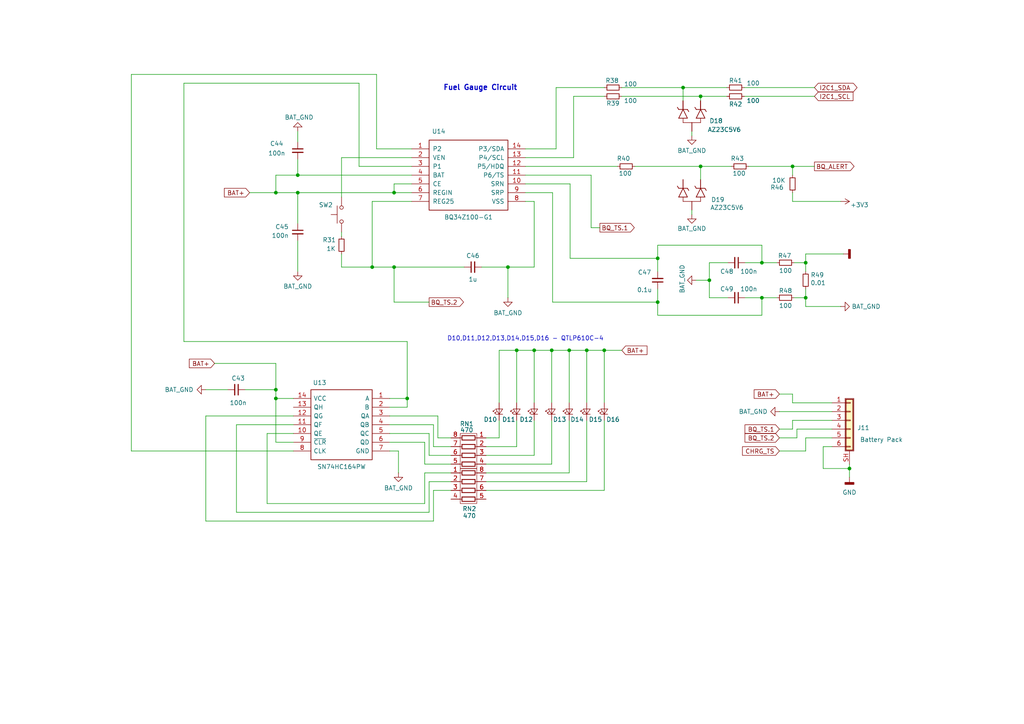
<source format=kicad_sch>
(kicad_sch (version 20250114) (generator "eeschema") (generator_version "9.0")
  (paper "A4")
  (title_block (title "AA-PI Display Board for BananaPi M2-Magic - Battery Pack") (date "2025-05-20") (rev "4.2") (company "ORPALTECH") (comment 4 "Author: Sergey Suloev"))
  (lib_symbols
    (symbol "AA-PI-Components:+3V3" (power) (pin_names (offset 0))
      (property "Value" "+3V3" (at 0 3.556 0))
      (symbol "+3V3_0_1"
        (polyline (pts (xy -0.762 1.27) (xy 0 2.54)))
        (polyline (pts (xy 0 2.54) (xy 0.762 1.27)))
        (polyline (pts (xy 0 0) (xy 0 2.54)))
      )
      (symbol "+3V3_1_1"
        (pin power_in line (at 0 0 90) (length 0) (hide yes) (name "+3V3") (number "1"))
      )
    )
    (symbol "AA-PI-Components:AZ23C5V6" (pin_numbers (hide yes)) (pin_names (offset 0.762))
      (property "Reference" "D" (at 6.35 5.08 0))
      (property "Value" "AZ23C5V6" (at 2.54 -2.54 0))
      (symbol "AZ23C5V6_0_0"
        (pin bidirectional line (at -2.54 6.35 270) (length 2.54) (name "~") (number "2"))
        (pin bidirectional line (at 0 -2.54 90) (length 2.54) (name "~") (number "3"))
        (pin bidirectional line (at 2.54 6.35 270) (length 2.54) (name "~") (number "1"))
      )
      (symbol "AZ23C5V6_0_1"
        (polyline (pts (xy -4.191 4.445) (xy -3.81 3.81)) (stroke (width 0.2032)))
        (polyline (pts (xy -2.54 6.35) (xy -2.54 3.81)) (stroke (width 0.1524)))
        (polyline (pts (xy -2.54 0) (xy -2.54 1.27)) (stroke (width 0.1524)))
        (polyline (pts (xy -1.27 3.81) (xy -3.81 3.81)) (stroke (width 0.2032)))
        (polyline (pts (xy -1.27 3.81) (xy -0.889 3.175)) (stroke (width 0.2032)))
        (polyline (pts (xy 0 -2.54) (xy 0 0)) (stroke (width 0.1524)))
        (polyline (pts (xy 0.889 4.445) (xy 1.27 3.81)) (stroke (width 0.2032)))
        (polyline (pts (xy 2.54 6.35) (xy 2.54 3.81)) (stroke (width 0.1524)))
        (polyline (pts (xy 2.54 1.27) (xy 2.54 0)) (stroke (width 0.1524)))
        (polyline (pts (xy 2.54 0) (xy -2.54 0)) (stroke (width 0.1524)))
        (polyline (pts (xy 3.81 3.81) (xy 1.27 3.81)) (stroke (width 0.2032)))
        (polyline (pts (xy 3.81 3.81) (xy 4.191 3.175)) (stroke (width 0.2032)))
      )
      (symbol "AZ23C5V6_1_1"
        (polyline (pts (xy -3.81 1.27) (xy -2.54 3.81) (xy -1.27 1.27) (xy -3.81 1.27) (xy -3.81 1.27) (xy -3.81 1.27)) (stroke (width 0.2032)))
        (polyline (pts (xy 1.27 1.27) (xy 2.54 3.81) (xy 3.81 1.27) (xy 1.27 1.27) (xy 1.27 1.27) (xy 1.27 1.27)) (stroke (width 0.2032)))
      )
    )
    (symbol "AA-PI-Components:BAT_GND" (power) (pin_names (offset 0))
      (property "Value" "BAT_GND" (at 0 -3.81 0))
      (symbol "BAT_GND_0_1"
        (polyline (pts (xy 0 0) (xy 0 -1.27) (xy 1.27 -1.27) (xy 0 -2.54) (xy -1.27 -1.27) (xy 0 -1.27)))
      )
      (symbol "BAT_GND_1_1"
        (pin power_in line (at 0 0 270) (length 0) (name "BAT_GND") (number "1"))
      )
    )
    (symbol "AA-PI-Components:BQ34Z100PWR-G1" (pin_names (offset 1.016))
      (property "Reference" "U" (at -10.16 12.7 0))
      (property "Value" "BQ34Z100PWR-G1" (at -7.62 -12.7 0))
      (symbol "BQ34Z100PWR-G1_0_0"
        (pin bidirectional line (at -16.51 7.62 0) (length 5.08) (name "P2") (number "1"))
        (pin bidirectional line (at -16.51 5.08 0) (length 5.08) (name "VEN") (number "2"))
        (pin bidirectional line (at -16.51 2.54 0) (length 5.08) (name "P1") (number "3"))
        (pin bidirectional line (at -16.51 0 0) (length 5.08) (name "BAT") (number "4"))
        (pin bidirectional line (at -16.51 -2.54 0) (length 5.08) (name "CE") (number "5"))
        (pin bidirectional line (at -16.51 -5.08 0) (length 5.08) (name "REGIN") (number "6"))
        (pin bidirectional line (at -16.51 -7.62 0) (length 5.08) (name "REG25") (number "7"))
        (pin bidirectional line (at 16.51 7.62 180) (length 5.08) (name "P3/SDA") (number "14"))
        (pin bidirectional line (at 16.51 5.08 180) (length 5.08) (name "P4/SCL") (number "13"))
        (pin bidirectional line (at 16.51 2.54 180) (length 5.08) (name "P5/HDQ") (number "12"))
        (pin bidirectional line (at 16.51 0 180) (length 5.08) (name "P6/TS") (number "11"))
        (pin bidirectional line (at 16.51 -2.54 180) (length 5.08) (name "SRN") (number "10"))
        (pin bidirectional line (at 16.51 -5.08 180) (length 5.08) (name "SRP") (number "9"))
        (pin bidirectional line (at 16.51 -7.62 180) (length 5.08) (name "VSS") (number "8"))
      )
      (symbol "BQ34Z100PWR-G1_0_1"
        (polyline (pts (xy -11.43 10.16) (xy 11.43 10.16) (xy 11.43 -10.16) (xy -11.43 -10.16) (xy -11.43 10.16)) (stroke (width 0.2032)))
      )
    )
    (symbol "AA-PI-Components:C_Small" (pin_numbers (hide yes)) (pin_names (offset 0.254) (hide yes))
      (property "Reference" "C" (at 0.254 1.778 0))
      (property "Value" "C_Small" (at 0.254 -2.032 0))
      (symbol "C_Small_0_1"
        (polyline (pts (xy -1.524 0.508) (xy 1.524 0.508)) (stroke (width 0.3048)))
        (polyline (pts (xy -1.524 -0.508) (xy 1.524 -0.508)) (stroke (width 0.3302)))
      )
      (symbol "C_Small_1_1"
        (pin passive line (at 0 2.54 270) (length 2.032) (name "~") (number "1"))
        (pin passive line (at 0 -2.54 90) (length 2.032) (name "~") (number "2"))
      )
    )
    (symbol "AA-PI-Components:Conn_01x06_Shielded" (pin_names (offset 1.016) (hide yes))
      (property "Reference" "J" (at 0.254 7.366 0))
      (property "Value" "Conn_01x06_Shielded" (at 1.016 -9.906 0))
      (symbol "Conn_01x06_Shielded_1_1"
        (rectangle (start -1.27 6.35) (end 1.27 -8.89) (stroke (width 0.1524)))
        (rectangle (start -1.016 6.096) (end 1.016 -8.636) (stroke (width 0.254)) (fill (type background)))
        (rectangle (start -1.016 5.207) (end 0.254 4.953) (stroke (width 0.1524)))
        (rectangle (start -1.016 2.667) (end 0.254 2.413) (stroke (width 0.1524)))
        (rectangle (start -1.016 0.127) (end 0.254 -0.127) (stroke (width 0.1524)))
        (rectangle (start -1.016 -2.413) (end 0.254 -2.667) (stroke (width 0.1524)))
        (rectangle (start -1.016 -4.953) (end 0.254 -5.207) (stroke (width 0.1524)))
        (rectangle (start -1.016 -7.493) (end 0.254 -7.747) (stroke (width 0.1524)))
        (pin passive line (at -5.08 5.08 0) (length 4.064) (name "Pin_1") (number "1"))
        (pin passive line (at -5.08 2.54 0) (length 4.064) (name "Pin_2") (number "2"))
        (pin passive line (at -5.08 0 0) (length 4.064) (name "Pin_3") (number "3"))
        (pin passive line (at -5.08 -2.54 0) (length 4.064) (name "Pin_4") (number "4"))
        (pin passive line (at -5.08 -5.08 0) (length 4.064) (name "Pin_5") (number "5"))
        (pin passive line (at -5.08 -7.62 0) (length 4.064) (name "Pin_6") (number "6"))
        (pin passive line (at 0 -12.7 90) (length 3.81) (name "Shield") (number "SH"))
      )
    )
    (symbol "AA-PI-Components:GND" (power) (pin_names (offset 0))
      (symbol "GND_0_1"
        (rectangle (start -1.27 -1.524) (end 1.27 -2.032) (stroke (width 0.254)) (fill (type outline)))
        (polyline (pts (xy 0 0) (xy 0 -1.524)))
      )
      (symbol "GND_1_1"
        (pin power_in line (at 0 0 270) (length 0) (hide yes) (name "GND") (number "1"))
      )
    )
    (symbol "AA-PI-Components:QTLP610C-4TR" (pin_numbers (hide yes)) (pin_names (offset 0.762) (hide yes))
      (property "Reference" "D" (at -3.81 2.54 0))
      (property "Value" "QTLP610C-4TR" (at -6.35 -2.54 0))
      (symbol "QTLP610C-4TR_1_1"
        (polyline (pts (xy -0.762 -1.016) (xy -0.762 1.016)))
        (polyline (pts (xy 0 0.762) (xy -0.508 1.27) (xy -0.254 1.27) (xy -0.508 1.27) (xy -0.508 1.016)))
        (polyline (pts (xy 0.508 1.27) (xy 0 1.778) (xy 0.254 1.778) (xy 0 1.778) (xy 0 1.524)))
        (polyline (pts (xy 0.762 -1.016) (xy -0.762 0) (xy 0.762 1.016) (xy 0.762 -1.016)))
        (polyline (pts (xy 1.016 0) (xy -0.762 0)))
        (pin passive line (at -2.54 0 0) (length 1.778) (name "K") (number "1"))
        (pin passive line (at 2.54 0 180) (length 1.778) (name "A") (number "2"))
      )
    )
    (symbol "AA-PI-Components:R_Pack04" (pin_names (offset 0) (hide yes))
      (property "Reference" "RN" (at -7.62 0 90))
      (property "Value" "R_Pack04" (at 5.08 0 90))
      (symbol "R_Pack04_0_1"
        (rectangle (start -6.35 -2.413) (end 3.81 2.413) (stroke (width 0.127)))
        (rectangle (start -5.715 1.905) (end -4.445 -1.905) (stroke (width 0.254)))
        (polyline (pts (xy -5.08 1.905) (xy -5.08 2.54)))
        (polyline (pts (xy -5.08 -2.54) (xy -5.08 -1.905)))
        (rectangle (start -3.175 1.905) (end -1.905 -1.905) (stroke (width 0.254)))
        (polyline (pts (xy -2.54 1.905) (xy -2.54 2.54)))
        (polyline (pts (xy -2.54 -2.54) (xy -2.54 -1.905)))
        (rectangle (start -0.635 1.905) (end 0.635 -1.905) (stroke (width 0.254)))
        (polyline (pts (xy 0 1.905) (xy 0 2.54)))
        (polyline (pts (xy 0 -2.54) (xy 0 -1.905)))
        (rectangle (start 1.905 1.905) (end 3.175 -1.905) (stroke (width 0.254)))
        (polyline (pts (xy 2.54 1.905) (xy 2.54 2.54)))
        (polyline (pts (xy 2.54 -2.54) (xy 2.54 -1.905)))
      )
      (symbol "R_Pack04_1_1"
        (pin passive line (at -5.08 5.08 270) (length 2.54) (name "R1.2") (number "8"))
        (pin passive line (at -5.08 -5.08 90) (length 2.54) (name "R1.1") (number "1"))
        (pin passive line (at -2.54 5.08 270) (length 2.54) (name "R2.2") (number "7"))
        (pin passive line (at -2.54 -5.08 90) (length 2.54) (name "R2.1") (number "2"))
        (pin passive line (at 0 5.08 270) (length 2.54) (name "R3.2") (number "6"))
        (pin passive line (at 0 -5.08 90) (length 2.54) (name "R3.1") (number "3"))
        (pin passive line (at 2.54 5.08 270) (length 2.54) (name "R4.2") (number "5"))
        (pin passive line (at 2.54 -5.08 90) (length 2.54) (name "R4.1") (number "4"))
      )
    )
    (symbol "AA-PI-Components:R_Small" (pin_numbers (hide yes)) (pin_names (offset 0.254) (hide yes))
      (property "Reference" "R" (at 0.762 0.508 0))
      (property "Value" "R_Small" (at 0.762 -1.016 0))
      (symbol "R_Small_0_1"
        (rectangle (start -0.762 1.778) (end 0.762 -1.778) (stroke (width 0.2032)))
      )
      (symbol "R_Small_1_1"
        (pin passive line (at 0 2.54 270) (length 0.762) (name "~") (number "1"))
        (pin passive line (at 0 -2.54 90) (length 0.762) (name "~") (number "2"))
      )
    )
    (symbol "AA-PI-Components:SN74HC164PW" (pin_names (offset 0.762))
      (property "Reference" "U" (at -6.35 12.7 0))
      (property "Value" "SN74HC164PW" (at -7.62 -12.7 0))
      (symbol "SN74HC164PW_0_0"
        (pin bidirectional line (at -13.97 7.62 0) (length 5.08) (name "A") (number "1"))
        (pin bidirectional line (at -13.97 5.08 0) (length 5.08) (name "B") (number "2"))
        (pin bidirectional line (at -13.97 2.54 0) (length 5.08) (name "QA") (number "3"))
        (pin bidirectional line (at -13.97 0 0) (length 5.08) (name "QB") (number "4"))
        (pin bidirectional line (at -13.97 -2.54 0) (length 5.08) (name "QC") (number "5"))
        (pin bidirectional line (at -13.97 -5.08 0) (length 5.08) (name "QD") (number "6"))
        (pin bidirectional line (at -13.97 -7.62 0) (length 5.08) (name "GND") (number "7"))
        (pin bidirectional line (at 13.97 7.62 180) (length 5.08) (name "VCC") (number "14"))
        (pin bidirectional line (at 13.97 5.08 180) (length 5.08) (name "QH") (number "13"))
        (pin bidirectional line (at 13.97 2.54 180) (length 5.08) (name "QG") (number "12"))
        (pin bidirectional line (at 13.97 0 180) (length 5.08) (name "QF") (number "11"))
        (pin bidirectional line (at 13.97 -2.54 180) (length 5.08) (name "QE") (number "10"))
        (pin bidirectional line (at 13.97 -5.08 180) (length 5.08) (name "~{CLR}") (number "9"))
        (pin bidirectional line (at 13.97 -7.62 180) (length 5.08) (name "CLK") (number "8"))
      )
      (symbol "SN74HC164PW_0_1"
        (polyline (pts (xy -8.89 10.16) (xy 8.89 10.16) (xy 8.89 -10.16) (xy -8.89 -10.16) (xy -8.89 10.16)) (stroke (width 0.2032)))
      )
    )
    (symbol "AA-PI-Components:SW_Push" (pin_numbers (hide yes)) (pin_names (offset 1.016) (hide yes))
      (property "Reference" "SW" (at 1.27 2.54 0))
      (property "Value" "SW_Push" (at 0 -1.524 0))
      (symbol "SW_Push_0_1"
        (circle (center -2.032 0) (radius 0.508))
        (polyline (pts (xy 0 1.27) (xy 0 3.048)))
        (circle (center 2.032 0) (radius 0.508))
        (polyline (pts (xy 2.54 1.27) (xy -2.54 1.27)))
        (pin passive line (at -5.08 0 0) (length 2.54) (name "1") (number "1"))
        (pin passive line (at 5.08 0 180) (length 2.54) (name "2") (number "2"))
      )
    )
  )
  (text "D10,D11,D12,D13,D14,D15,D16 - QTLP610C-4" (at 152.4 98.298 0) (effects (font (size 1.27 1.27))))
  (text "Fuel Gauge Circuit" (at 128.524 26.416 0) (effects (font (size 1.4986 1.4986) (thickness 0.2997) (bold yes)) (justify left bottom)))
  (junction (at 165.1 101.6))
  (junction (at 246.38 135.89))
  (junction (at 86.36 55.88))
  (junction (at 175.26 101.6))
  (junction (at 86.36 50.8))
  (junction (at 80.01 113.03))
  (junction (at 220.98 86.36))
  (junction (at 233.68 76.2))
  (junction (at 220.98 76.2))
  (junction (at 147.32 77.47))
  (junction (at 80.01 55.88))
  (junction (at 198.12 25.4))
  (junction (at 118.11 115.57))
  (junction (at 114.3 77.47))
  (junction (at 203.2 48.26))
  (junction (at 190.754 74.93))
  (junction (at 80.01 115.57))
  (junction (at 203.2 27.94))
  (junction (at 154.94 101.6))
  (junction (at 229.87 48.26))
  (junction (at 114.3 55.88))
  (junction (at 190.754 87.63))
  (junction (at 160.02 101.6))
  (junction (at 107.95 77.47))
  (junction (at 205.74 81.28))
  (junction (at 170.18 101.6))
  (junction (at 149.86 101.6))
  (junction (at 233.68 86.36))
  (wire (pts (xy 210.82 25.4) (xy 198.12 25.4)))
  (wire (pts (xy 125.73 129.54) (xy 125.73 123.19)))
  (wire (pts (xy 125.73 129.54) (xy 130.81 129.54)))
  (wire (pts (xy 165.1 101.6) (xy 165.1 116.84)))
  (wire (pts (xy 119.38 48.26) (xy 104.14 48.26)))
  (wire (pts (xy 233.68 127) (xy 241.3 127)))
  (wire (pts (xy 238.76 129.54) (xy 238.76 135.89)))
  (wire (pts (xy 246.38 135.89) (xy 238.76 135.89)))
  (wire (pts (xy 229.87 124.46) (xy 229.87 121.92)))
  (wire (pts (xy 130.81 134.62) (xy 123.19 134.62)))
  (wire (pts (xy 68.58 123.19) (xy 68.58 148.59)))
  (wire (pts (xy 160.02 101.6) (xy 160.02 116.84)))
  (wire (pts (xy 149.86 129.54) (xy 149.86 121.92)))
  (wire (pts (xy 190.754 91.44) (xy 220.98 91.44)))
  (wire (pts (xy 165.354 53.34) (xy 165.354 74.93)))
  (wire (pts (xy 233.68 76.2) (xy 233.68 73.66)))
  (wire (pts (xy 171.45 50.8) (xy 171.45 66.04)))
  (wire (pts (xy 200.66 60.96) (xy 200.66 62.23)))
  (wire (pts (xy 160.02 101.6) (xy 165.1 101.6)))
  (wire (pts (xy 125.73 142.24) (xy 125.73 151.13)))
  (wire (pts (xy 160.02 134.62) (xy 140.97 134.62)))
  (wire (pts (xy 175.26 101.6) (xy 175.26 116.84)))
  (wire (pts (xy 166.37 45.72) (xy 166.37 27.94)))
  (wire (pts (xy 171.45 66.04) (xy 173.99 66.04)))
  (wire (pts (xy 160.274 55.88) (xy 160.274 87.63)))
  (wire (pts (xy 170.18 101.6) (xy 165.1 101.6)))
  (wire (pts (xy 114.3 53.34) (xy 114.3 55.88)))
  (wire (pts (xy 229.87 50.8) (xy 229.87 48.26)))
  (wire (pts (xy 170.18 101.6) (xy 175.26 101.6)))
  (wire (pts (xy 154.94 101.6) (xy 154.94 116.84)))
  (wire (pts (xy 53.34 24.13) (xy 53.34 99.06)))
  (wire (pts (xy 99.06 73.66) (xy 99.06 77.47)))
  (wire (pts (xy 80.01 113.03) (xy 80.01 105.41)))
  (wire (pts (xy 175.26 101.6) (xy 180.34 101.6)))
  (wire (pts (xy 86.36 50.8) (xy 80.01 50.8)))
  (wire (pts (xy 130.81 142.24) (xy 125.73 142.24)))
  (wire (pts (xy 147.32 77.47) (xy 154.94 77.47)))
  (wire (pts (xy 152.4 55.88) (xy 160.274 55.88)))
  (wire (pts (xy 215.9 25.4) (xy 236.22 25.4)))
  (wire (pts (xy 165.1 137.16) (xy 140.97 137.16)))
  (wire (pts (xy 99.06 57.15) (xy 99.06 45.72)))
  (wire (pts (xy 123.19 128.27) (xy 113.03 128.27)))
  (wire (pts (xy 225.298 76.2) (xy 220.98 76.2)))
  (wire (pts (xy 205.74 86.36) (xy 205.74 81.28)))
  (wire (pts (xy 238.76 129.54) (xy 241.3 129.54)))
  (wire (pts (xy 243.84 58.42) (xy 229.87 58.42)))
  (wire (pts (xy 175.26 142.24) (xy 140.97 142.24)))
  (wire (pts (xy 220.98 86.36) (xy 216.154 86.36)))
  (wire (pts (xy 226.06 130.81) (xy 233.68 130.81)))
  (wire (pts (xy 118.11 118.11) (xy 118.11 115.57)))
  (wire (pts (xy 149.86 101.6) (xy 154.94 101.6)))
  (wire (pts (xy 152.4 50.8) (xy 171.45 50.8)))
  (wire (pts (xy 229.87 114.3) (xy 226.06 114.3)))
  (wire (pts (xy 114.3 77.47) (xy 114.3 87.63)))
  (wire (pts (xy 72.39 55.88) (xy 80.01 55.88)))
  (wire (pts (xy 144.78 127) (xy 144.78 121.92)))
  (wire (pts (xy 229.87 114.3) (xy 229.87 116.84)))
  (wire (pts (xy 59.69 151.13) (xy 59.69 120.65)))
  (wire (pts (xy 211.074 86.36) (xy 205.74 86.36)))
  (wire (pts (xy 180.34 27.94) (xy 203.2 27.94)))
  (wire (pts (xy 154.94 132.08) (xy 154.94 121.92)))
  (wire (pts (xy 86.36 50.8) (xy 86.36 46.228)))
  (wire (pts (xy 107.95 58.42) (xy 107.95 77.47)))
  (wire (pts (xy 200.66 39.37) (xy 200.66 38.1)))
  (wire (pts (xy 123.19 134.62) (xy 123.19 128.27)))
  (wire (pts (xy 59.69 113.03) (xy 66.04 113.03)))
  (wire (pts (xy 154.94 58.42) (xy 154.94 77.47)))
  (wire (pts (xy 203.2 48.26) (xy 212.09 48.26)))
  (wire (pts (xy 149.86 101.6) (xy 144.78 101.6)))
  (wire (pts (xy 154.94 132.08) (xy 140.97 132.08)))
  (wire (pts (xy 190.754 71.12) (xy 190.754 74.93)))
  (wire (pts (xy 205.74 76.2) (xy 211.074 76.2)))
  (wire (pts (xy 147.32 77.47) (xy 147.32 86.36)))
  (wire (pts (xy 230.378 86.36) (xy 233.68 86.36)))
  (wire (pts (xy 149.86 129.54) (xy 140.97 129.54)))
  (wire (pts (xy 124.46 139.7) (xy 130.81 139.7)))
  (wire (pts (xy 80.01 113.03) (xy 71.12 113.03)))
  (wire (pts (xy 114.3 77.47) (xy 134.62 77.47)))
  (wire (pts (xy 229.87 48.26) (xy 236.22 48.26)))
  (wire (pts (xy 161.29 43.18) (xy 161.29 25.4)))
  (wire (pts (xy 139.7 77.47) (xy 147.32 77.47)))
  (wire (pts (xy 86.36 64.77) (xy 86.36 55.88)))
  (wire (pts (xy 225.298 86.36) (xy 220.98 86.36)))
  (wire (pts (xy 119.38 53.34) (xy 114.3 53.34)))
  (wire (pts (xy 124.46 125.73) (xy 113.03 125.73)))
  (wire (pts (xy 230.378 76.2) (xy 233.68 76.2)))
  (wire (pts (xy 215.9 27.94) (xy 236.22 27.94)))
  (wire (pts (xy 86.36 50.8) (xy 119.38 50.8)))
  (wire (pts (xy 99.06 77.47) (xy 107.95 77.47)))
  (wire (pts (xy 119.38 43.18) (xy 109.22 43.18)))
  (wire (pts (xy 233.68 86.36) (xy 233.68 88.9)))
  (wire (pts (xy 217.17 48.26) (xy 229.87 48.26)))
  (wire (pts (xy 243.84 88.9) (xy 233.68 88.9)))
  (wire (pts (xy 170.18 101.6) (xy 170.18 116.84)))
  (wire (pts (xy 190.754 71.12) (xy 220.98 71.12)))
  (wire (pts (xy 203.2 29.21) (xy 203.2 27.94)))
  (wire (pts (xy 80.01 55.88) (xy 80.01 50.8)))
  (wire (pts (xy 203.2 27.94) (xy 210.82 27.94)))
  (wire (pts (xy 113.03 130.81) (xy 115.57 130.81)))
  (wire (pts (xy 231.14 127) (xy 231.14 124.46)))
  (wire (pts (xy 127 120.65) (xy 113.03 120.65)))
  (wire (pts (xy 220.98 71.12) (xy 220.98 76.2)))
  (wire (pts (xy 80.01 115.57) (xy 85.09 115.57)))
  (wire (pts (xy 99.06 45.72) (xy 119.38 45.72)))
  (wire (pts (xy 130.81 132.08) (xy 124.46 132.08)))
  (wire (pts (xy 205.74 81.28) (xy 201.93 81.28)))
  (wire (pts (xy 113.03 115.57) (xy 118.11 115.57)))
  (wire (pts (xy 80.01 115.57) (xy 80.01 113.03)))
  (wire (pts (xy 59.69 120.65) (xy 85.09 120.65)))
  (wire (pts (xy 229.87 121.92) (xy 241.3 121.92)))
  (wire (pts (xy 109.22 43.18) (xy 109.22 21.59)))
  (wire (pts (xy 86.36 69.85) (xy 86.36 78.74)))
  (wire (pts (xy 233.68 130.81) (xy 233.68 127)))
  (wire (pts (xy 233.68 78.74) (xy 233.68 76.2)))
  (wire (pts (xy 226.06 119.38) (xy 241.3 119.38)))
  (wire (pts (xy 124.46 132.08) (xy 124.46 125.73)))
  (wire (pts (xy 124.46 148.59) (xy 124.46 139.7)))
  (wire (pts (xy 130.81 127) (xy 127 127)))
  (wire (pts (xy 68.58 148.59) (xy 124.46 148.59)))
  (wire (pts (xy 152.4 45.72) (xy 166.37 45.72)))
  (wire (pts (xy 165.1 137.16) (xy 165.1 121.92)))
  (wire (pts (xy 86.36 55.88) (xy 114.3 55.88)))
  (wire (pts (xy 107.95 77.47) (xy 114.3 77.47)))
  (wire (pts (xy 115.57 130.81) (xy 115.57 137.16)))
  (wire (pts (xy 123.19 137.16) (xy 123.19 146.05)))
  (wire (pts (xy 220.98 76.2) (xy 216.154 76.2)))
  (wire (pts (xy 229.87 55.88) (xy 229.87 58.42)))
  (wire (pts (xy 85.09 128.27) (xy 80.01 128.27)))
  (wire (pts (xy 160.02 134.62) (xy 160.02 121.92)))
  (wire (pts (xy 203.2 48.26) (xy 203.2 52.07)))
  (wire (pts (xy 226.06 124.46) (xy 229.87 124.46)))
  (wire (pts (xy 161.29 25.4) (xy 175.26 25.4)))
  (wire (pts (xy 229.87 116.84) (xy 241.3 116.84)))
  (wire (pts (xy 152.4 48.26) (xy 179.07 48.26)))
  (wire (pts (xy 233.68 83.82) (xy 233.68 86.36)))
  (wire (pts (xy 226.06 127) (xy 231.14 127)))
  (wire (pts (xy 107.95 58.42) (xy 119.38 58.42)))
  (wire (pts (xy 80.01 115.57) (xy 80.01 128.27)))
  (wire (pts (xy 165.354 74.93) (xy 190.754 74.93)))
  (wire (pts (xy 154.94 58.42) (xy 152.4 58.42)))
  (wire (pts (xy 170.18 139.7) (xy 170.18 121.92)))
  (wire (pts (xy 119.38 55.88) (xy 114.3 55.88)))
  (wire (pts (xy 125.73 151.13) (xy 59.69 151.13)))
  (wire (pts (xy 149.86 101.6) (xy 149.86 116.84)))
  (wire (pts (xy 38.1 130.81) (xy 85.09 130.81)))
  (wire (pts (xy 175.26 121.92) (xy 175.26 142.24)))
  (wire (pts (xy 109.22 21.59) (xy 38.1 21.59)))
  (wire (pts (xy 140.97 139.7) (xy 170.18 139.7)))
  (wire (pts (xy 113.03 118.11) (xy 118.11 118.11)))
  (wire (pts (xy 144.78 127) (xy 140.97 127)))
  (wire (pts (xy 130.81 137.16) (xy 123.19 137.16)))
  (wire (pts (xy 152.4 53.34) (xy 165.354 53.34)))
  (wire (pts (xy 190.754 83.82) (xy 190.754 87.63)))
  (wire (pts (xy 205.74 81.28) (xy 205.74 76.2)))
  (wire (pts (xy 190.754 78.74) (xy 190.754 74.93)))
  (wire (pts (xy 86.36 41.148) (xy 86.36 38.1)))
  (wire (pts (xy 198.12 25.4) (xy 198.12 29.21)))
  (wire (pts (xy 38.1 21.59) (xy 38.1 130.81)))
  (wire (pts (xy 104.14 48.26) (xy 104.14 24.13)))
  (wire (pts (xy 231.14 124.46) (xy 241.3 124.46)))
  (wire (pts (xy 160.274 87.63) (xy 190.754 87.63)))
  (wire (pts (xy 114.3 87.63) (xy 124.46 87.63)))
  (wire (pts (xy 77.47 146.05) (xy 77.47 125.73)))
  (wire (pts (xy 118.11 99.06) (xy 53.34 99.06)))
  (wire (pts (xy 80.01 105.41) (xy 62.23 105.41)))
  (wire (pts (xy 127 127) (xy 127 120.65)))
  (wire (pts (xy 77.47 125.73) (xy 85.09 125.73)))
  (wire (pts (xy 166.37 27.94) (xy 175.26 27.94)))
  (wire (pts (xy 144.78 101.6) (xy 144.78 116.84)))
  (wire (pts (xy 154.94 101.6) (xy 160.02 101.6)))
  (wire (pts (xy 123.19 146.05) (xy 77.47 146.05)))
  (wire (pts (xy 184.15 48.26) (xy 203.2 48.26)))
  (wire (pts (xy 220.98 91.44) (xy 220.98 86.36)))
  (wire (pts (xy 244.602 73.66) (xy 233.68 73.66)))
  (wire (pts (xy 99.06 67.31) (xy 99.06 68.58)))
  (wire (pts (xy 125.73 123.19) (xy 113.03 123.19)))
  (wire (pts (xy 190.754 87.63) (xy 190.754 91.44)))
  (wire (pts (xy 104.14 24.13) (xy 53.34 24.13)))
  (wire (pts (xy 180.34 25.4) (xy 198.12 25.4)))
  (wire (pts (xy 85.09 123.19) (xy 68.58 123.19)))
  (wire (pts (xy 246.38 135.89) (xy 246.38 134.62)))
  (wire (pts (xy 80.01 55.88) (xy 86.36 55.88)))
  (wire (pts (xy 152.4 43.18) (xy 161.29 43.18)))
  (wire (pts (xy 118.11 115.57) (xy 118.11 99.06)))
  (wire (pts (xy 246.38 135.89) (xy 246.38 138.43)))
  (global_label "BAT+" (shape input) (at 180.34 101.6 0) (property "Intersheetrefs" "${INTERSHEET_REFS}" (effects (hide yes))))
  (global_label "BAT+" (shape input) (at 62.23 105.41 180) (property "Intersheetrefs" "${INTERSHEET_REFS}" (effects (hide yes))))
  (global_label "BQ_ALERT" (shape output) (at 236.22 48.26 0) (property "Intersheetrefs" "${INTERSHEET_REFS}" (effects (hide yes))))
  (global_label "BAT+" (shape input) (at 226.06 114.3 180) (property "Intersheetrefs" "${INTERSHEET_REFS}" (effects (hide yes))))
  (global_label "BAT+" (shape input) (at 72.39 55.88 180) (property "Intersheetrefs" "${INTERSHEET_REFS}" (effects (hide yes))))
  (global_label "I2C1_SDA" (shape bidirectional) (at 236.22 25.4 0) (property "Intersheetrefs" "${INTERSHEET_REFS}" (effects (hide yes))))
  (global_label "CHRG_TS" (shape input) (at 226.06 130.81 180) (property "Intersheetrefs" "${INTERSHEET_REFS}" (effects (hide yes))))
  (global_label "BQ_TS.2" (shape output) (at 124.46 87.63 0) (property "Intersheetrefs" "${INTERSHEET_REFS}" (effects (hide yes))))
  (global_label "I2C1_SCL" (shape input) (at 236.22 27.94 0) (property "Intersheetrefs" "${INTERSHEET_REFS}" (effects (hide yes))))
  (global_label "BQ_TS.1" (shape input) (at 226.06 124.46 180) (property "Intersheetrefs" "${INTERSHEET_REFS}" (effects (hide yes))))
  (global_label "BQ_TS.2" (shape input) (at 226.06 127 180) (property "Intersheetrefs" "${INTERSHEET_REFS}" (effects (hide yes))))
  (global_label "BQ_TS.1" (shape output) (at 173.99 66.04 0) (property "Intersheetrefs" "${INTERSHEET_REFS}" (effects (hide yes))))
  (symbol (lib_id "AA-PI-Components:QTLP610C-4TR") (at 144.78 119.38 90) (unit 1)
    (property "Reference" "D10" (at 142.24 121.666 90))
    (property "Value" "QTLP610C-4" (effects (hide yes)))
    (property "Footprint" "AA-PI-Footprints:QTLP610C4TR_2" (effects (hide yes)))
    (property "Datasheet" "https://media.digikey.com/pdf/Data%20Sheets/Everlight%20PDFs/QTLP610C-2,3,4,7,B.pdf" (effects (hide yes)))
    (property "Description" "Standard LEDs - SMD R/A GRN/CLR SMD LED" (effects (hide yes)))
    (property "Height" "1.1" (effects (hide yes)))
    (property "Manufacturer_Name" "Everlight" (effects (hide yes)))
    (property "Manufacturer_Part_Number" "QTLP610C4TR" (effects (hide yes)))
  )
  (symbol (lib_id "AA-PI-Components:QTLP610C-4TR") (at 170.18 119.38 90) (unit 1)
    (property "Reference" "D15" (at 172.72 121.666 90))
    (property "Value" "QTLP610C-4" (effects (hide yes)))
    (property "Footprint" "AA-PI-Footprints:QTLP610C4TR_2" (effects (hide yes)))
    (property "Datasheet" "https://media.digikey.com/pdf/Data%20Sheets/Everlight%20PDFs/QTLP610C-2,3,4,7,B.pdf" (effects (hide yes)))
    (property "Description" "Standard LEDs - SMD R/A GRN/CLR SMD LED" (effects (hide yes)))
    (property "Height" "1.1" (effects (hide yes)))
    (property "Manufacturer_Name" "Everlight" (effects (hide yes)))
    (property "Manufacturer_Part_Number" "QTLP610C4TR" (effects (hide yes)))
  )
  (symbol (lib_id "AA-PI-Components:QTLP610C-4TR") (at 165.1 119.38 90) (unit 1)
    (property "Reference" "D14" (at 167.386 121.666 90))
    (property "Value" "QTLP610C-4" (effects (hide yes)))
    (property "Footprint" "AA-PI-Footprints:QTLP610C4TR_2" (effects (hide yes)))
    (property "Datasheet" "https://media.digikey.com/pdf/Data%20Sheets/Everlight%20PDFs/QTLP610C-2,3,4,7,B.pdf" (effects (hide yes)))
    (property "Description" "Standard LEDs - SMD R/A GRN/CLR SMD LED" (effects (hide yes)))
    (property "Height" "1.1" (effects (hide yes)))
    (property "Manufacturer_Name" "Everlight" (effects (hide yes)))
    (property "Manufacturer_Part_Number" "QTLP610C4TR" (effects (hide yes)))
  )
  (symbol (lib_id "AA-PI-Components:QTLP610C-4TR") (at 160.02 119.38 90) (unit 1)
    (property "Reference" "D13" (at 162.306 121.666 90))
    (property "Value" "QTLP610C-4" (effects (hide yes)))
    (property "Footprint" "AA-PI-Footprints:QTLP610C4TR_2" (effects (hide yes)))
    (property "Datasheet" "https://media.digikey.com/pdf/Data%20Sheets/Everlight%20PDFs/QTLP610C-2,3,4,7,B.pdf" (effects (hide yes)))
    (property "Description" "Standard LEDs - SMD R/A GRN/CLR SMD LED" (effects (hide yes)))
    (property "Height" "1.1" (effects (hide yes)))
    (property "Manufacturer_Name" "Everlight" (effects (hide yes)))
    (property "Manufacturer_Part_Number" "QTLP610C4TR" (effects (hide yes)))
  )
  (symbol (lib_id "AA-PI-Components:QTLP610C-4TR") (at 154.94 119.38 90) (unit 1)
    (property "Reference" "D12" (at 152.654 121.666 90))
    (property "Value" "QTLP610C-4" (effects (hide yes)))
    (property "Footprint" "AA-PI-Footprints:QTLP610C4TR_2" (effects (hide yes)))
    (property "Datasheet" "https://media.digikey.com/pdf/Data%20Sheets/Everlight%20PDFs/QTLP610C-2,3,4,7,B.pdf" (effects (hide yes)))
    (property "Description" "Standard LEDs - SMD R/A GRN/CLR SMD LED" (effects (hide yes)))
    (property "Height" "1.1" (effects (hide yes)))
    (property "Manufacturer_Name" "Everlight" (effects (hide yes)))
    (property "Manufacturer_Part_Number" "QTLP610C4TR" (effects (hide yes)))
  )
  (symbol (lib_id "AA-PI-Components:QTLP610C-4TR") (at 149.86 119.38 90) (unit 1)
    (property "Reference" "D11" (at 147.574 121.666 90))
    (property "Value" "QTLP610C-4" (effects (hide yes)))
    (property "Footprint" "AA-PI-Footprints:QTLP610C4TR_2" (effects (hide yes)))
    (property "Datasheet" "https://media.digikey.com/pdf/Data%20Sheets/Everlight%20PDFs/QTLP610C-2,3,4,7,B.pdf" (effects (hide yes)))
    (property "Description" "Standard LEDs - SMD R/A GRN/CLR SMD LED" (effects (hide yes)))
    (property "Height" "1.1" (effects (hide yes)))
    (property "Manufacturer_Name" "Everlight" (effects (hide yes)))
    (property "Manufacturer_Part_Number" "QTLP610C4TR" (effects (hide yes)))
  )
  (symbol (lib_id "AA-PI-Components:BAT_GND") (at 226.06 119.38 270) (unit 1)
    (property "Reference" "#PWR0132" (effects (hide yes)))
    (property "Value" "BAT_GND" (at 218.44 119.38 90))
  )
  (symbol (lib_id "AA-PI-Components:BAT_GND") (at 243.84 88.9 90) (unit 1)
    (property "Reference" "#PWR0130" (effects (hide yes)))
    (property "Value" "BAT_GND" (at 251.206 88.9 90))
  )
  (symbol (lib_id "AA-PI-Components:C_Small") (at 86.36 43.688 0) (unit 1)
    (property "Reference" "C44" (at 80.264 41.656 0))
    (property "Value" "100n" (at 80.264 44.45 0))
    (property "Footprint" "AA-PI-Footprints:C_0603_1608Metric" (effects (hide yes)))
  )
  (symbol (lib_id "AA-PI-Components:BAT_GND") (at 86.36 38.1 180) (unit 1)
    (property "Reference" "#PWR0123" (effects (hide yes)))
    (property "Value" "BAT_GND" (at 82.55 34.036 0) (effects (justify right)))
  )
  (symbol (lib_id "AA-PI-Components:Conn_01x06_Shielded") (at 246.38 121.92 0) (unit 1)
    (property "Reference" "J11" (at 248.6152 124.079 0) (effects (justify left)))
    (property "Value" "Battery Pack" (at 249.428 127.508 0) (effects (justify left)))
    (property "Footprint" "AA-PI-Footprints:JST_PH_B6B-PH-SM4-TB_1x06-1MP_P2.00mm_Vertical" (effects (hide yes)))
  )
  (symbol (lib_id "AA-PI-Components:R_Small") (at 177.8 27.94 270) (unit 1)
    (property "Reference" "R39" (at 177.8 29.972 90))
    (property "Value" "100" (at 182.88 29.21 90))
    (property "Footprint" "AA-PI-Footprints:R_0603_1608Metric" (effects (hide yes)))
  )
  (symbol (lib_id "AA-PI-Components:R_Small") (at 177.8 25.4 270) (unit 1)
    (property "Reference" "R38" (at 177.546 23.368 90))
    (property "Value" "100" (at 182.88 24.384 90))
    (property "Footprint" "AA-PI-Footprints:R_0603_1608Metric" (effects (hide yes)))
  )
  (symbol (lib_id "AA-PI-Components:AZ23C5V6") (at 200.66 58.42 0) (unit 1)
    (property "Reference" "D19" (at 206.248 57.912 0) (effects (justify left)))
    (property "Value" "AZ23C5V6" (at 205.994 60.198 0) (effects (justify left)))
    (property "Footprint" "AA-PI-Footprints:SOT96P240X110-3N" (effects (hide yes)))
    (property "Datasheet" "https://www.diodes.com/assets/Datasheets/ds18003.pdf" (effects (hide yes)))
    (property "Description" "300mW dual surface mount Zener diode" (effects (hide yes)))
    (property "Height" "1.1" (effects (hide yes)))
    (property "Manufacturer_Name" "Diodes Inc." (effects (hide yes)))
    (property "Manufacturer_Part_Number" "AZ23C2V7-AZ23C51" (effects (hide yes)))
  )
  (symbol (lib_id "AA-PI-Components:AZ23C5V6") (at 200.66 35.56 0) (unit 1)
    (property "Reference" "D18" (at 205.74 35.052 0) (effects (justify left)))
    (property "Value" "AZ23C5V6" (at 205.232 37.592 0) (effects (justify left)))
    (property "Footprint" "AA-PI-Footprints:SOT96P240X110-3N" (effects (hide yes)))
    (property "Datasheet" "https://www.diodes.com/assets/Datasheets/ds18003.pdf" (effects (hide yes)))
    (property "Description" "300mW dual surface mount Zener diode" (effects (hide yes)))
    (property "Height" "1.1" (effects (hide yes)))
    (property "Manufacturer_Name" "Diodes Inc." (effects (hide yes)))
    (property "Manufacturer_Part_Number" "AZ23C2V7-AZ23C51" (effects (hide yes)))
  )
  (symbol (lib_id "AA-PI-Components:R_Small") (at 99.06 71.12 0) (unit 1)
    (property "Reference" "R31" (at 95.504 69.596 0))
    (property "Value" "1K" (at 96.012 72.136 0))
    (property "Footprint" "AA-PI-Footprints:R_0603_1608Metric" (effects (hide yes)))
  )
  (symbol (lib_id "AA-PI-Components:SW_Push") (at 99.06 62.23 90) (unit 1)
    (property "Reference" "SW2" (at 92.456 59.436 90) (effects (justify right)))
    (property "Value" "SW_Push" (effects (hide yes)))
    (property "Footprint" "AA-PI-Footprints:SW_SPST_3X4X2.5_SMD" (effects (hide yes)))
  )
  (symbol (lib_id "AA-PI-Components:GND") (at 246.38 138.43 0) (unit 1)
    (property "Reference" "#PWR0134" (effects (hide yes)))
    (property "Value" "GND" (at 246.38 142.8242 0))
  )
  (symbol (lib_id "AA-PI-Components:BAT_GND") (at 115.57 137.16 0) (mirror y) (unit 1)
    (property "Reference" "#PWR0125" (effects (hide yes)))
    (property "Value" "BAT_GND" (at 115.57 141.5542 0))
  )
  (symbol (lib_id "AA-PI-Components:BAT_GND") (at 201.93 81.28 270) (unit 1)
    (property "Reference" "#PWR0127" (effects (hide yes)))
    (property "Value" "BAT_GND" (at 197.866 85.09 0) (effects (justify right)))
  )
  (symbol (lib_id "AA-PI-Components:BAT_GND") (at 200.66 39.37 0) (unit 1)
    (property "Reference" "#PWR0128" (effects (hide yes)))
    (property "Value" "BAT_GND" (at 200.66 43.688 0))
  )
  (symbol (lib_id "AA-PI-Components:BAT_GND") (at 200.66 62.23 0) (unit 1)
    (property "Reference" "#PWR0129" (effects (hide yes)))
    (property "Value" "BAT_GND" (at 200.66 66.294 0))
  )
  (symbol (lib_id "AA-PI-Components:BAT_GND") (at 147.32 86.36 0) (unit 1)
    (property "Reference" "#PWR0126" (effects (hide yes)))
    (property "Value" "BAT_GND" (at 147.32 90.7542 0))
  )
  (symbol (lib_id "AA-PI-Components:BAT_GND") (at 59.69 113.03 270) (mirror x) (unit 1)
    (property "Reference" "#PWR0122" (effects (hide yes)))
    (property "Value" "BAT_GND" (at 56.134 113.03 90) (effects (justify right)))
  )
  (symbol (lib_id "AA-PI-Components:BAT_GND") (at 86.36 78.74 0) (unit 1)
    (property "Reference" "#PWR0124" (effects (hide yes)))
    (property "Value" "BAT_GND" (at 86.36 83.058 0))
  )
  (symbol (lib_id "AA-PI-Components:R_Small") (at 229.87 53.34 180) (unit 1)
    (property "Reference" "R46" (at 227.33 54.356 0) (effects (justify left)))
    (property "Value" "10K" (at 227.838 52.324 0) (effects (justify left)))
    (property "Footprint" "AA-PI-Footprints:R_0603_1608Metric" (effects (hide yes)))
  )
  (symbol (lib_id "AA-PI-Components:GND") (at 244.602 73.66 90) (unit 1)
    (property "Reference" "#PWR0131" (effects (hide yes)))
    (property "Value" "GND" (effects (hide yes)))
  )
  (symbol (lib_id "AA-PI-Components:C_Small") (at 213.614 76.2 270) (unit 1)
    (property "Reference" "C48" (at 210.82 78.74 90))
    (property "Value" "100n" (at 217.17 78.74 90))
    (property "Footprint" "AA-PI-Footprints:C_0603_1608Metric" (effects (hide yes)))
  )
  (symbol (lib_id "AA-PI-Components:C_Small") (at 213.614 86.36 270) (unit 1)
    (property "Reference" "C49" (at 210.82 83.82 90))
    (property "Value" "100n" (at 217.17 83.82 90))
    (property "Footprint" "AA-PI-Footprints:C_0603_1608Metric" (effects (hide yes)))
  )
  (symbol (lib_id "AA-PI-Components:R_Small") (at 227.838 76.2 90) (unit 1)
    (property "Reference" "R47" (at 227.584 74.168 90))
    (property "Value" "100" (at 227.838 78.486 90))
    (property "Footprint" "AA-PI-Footprints:R_0603_1608Metric" (effects (hide yes)))
  )
  (symbol (lib_id "AA-PI-Components:R_Small") (at 227.838 86.36 90) (unit 1)
    (property "Reference" "R48" (at 227.838 84.328 90))
    (property "Value" "100" (at 227.838 88.646 90))
    (property "Footprint" "AA-PI-Footprints:R_0603_1608Metric" (effects (hide yes)))
  )
  (symbol (lib_id "AA-PI-Components:R_Small") (at 213.36 27.94 270) (unit 1)
    (property "Reference" "R42" (at 213.36 30.226 90))
    (property "Value" "100" (at 218.44 29.21 90))
    (property "Footprint" "AA-PI-Footprints:R_0603_1608Metric" (effects (hide yes)))
  )
  (symbol (lib_id "AA-PI-Components:R_Small") (at 213.36 25.4 270) (unit 1)
    (property "Reference" "R41" (at 213.36 23.368 90))
    (property "Value" "100" (at 218.44 24.13 90))
    (property "Footprint" "AA-PI-Footprints:R_0603_1608Metric" (effects (hide yes)))
  )
  (symbol (lib_id "AA-PI-Components:R_Small") (at 214.63 48.26 270) (unit 1)
    (property "Reference" "R43" (at 213.868 45.974 90))
    (property "Value" "100" (at 214.376 50.292 90))
    (property "Footprint" "AA-PI-Footprints:R_0603_1608Metric" (effects (hide yes)))
  )
  (symbol (lib_id "AA-PI-Components:SN74HC164PW") (at 99.06 123.19 0) (mirror y) (unit 1)
    (property "Reference" "U13" (at 92.71 110.998 0))
    (property "Value" "SN74HC164PW" (at 99.06 135.382 0))
    (property "Footprint" "AA-PI-Footprints:SOP65P640X120-14N" (effects (hide yes)))
    (property "Datasheet" "http://www.ti.com/lit/ds/symlink/sn74hc164.pdf" (effects (hide yes)))
    (property "Description" "Texas Instruments SN74HC164PW, 8-stage, Shift Register, Serial to Parallel, 2  6 V, 14-Pin TSSOP" (effects (hide yes)))
    (property "Height" "1.2" (effects (hide yes)))
    (property "Manufacturer_Name" "Texas Instruments" (effects (hide yes)))
    (property "Manufacturer_Part_Number" "SN74HC164PW" (effects (hide yes)))
  )
  (symbol (lib_id "AA-PI-Components:C_Small") (at 137.16 77.47 90) (unit 1)
    (property "Reference" "C46" (at 137.16 74.168 90))
    (property "Value" "1u" (at 137.16 81.026 90))
    (property "Footprint" "AA-PI-Footprints:C_0805_2012Metric_Pad1.15x1.40mm_HandSolder" (effects (hide yes)))
  )
  (symbol (lib_id "AA-PI-Components:C_Small") (at 190.754 81.28 180) (unit 1)
    (property "Reference" "C47" (at 186.944 78.994 0))
    (property "Value" "0.1u" (at 186.944 84.074 0))
    (property "Footprint" "AA-PI-Footprints:C_0603_1608Metric" (effects (hide yes)))
  )
  (symbol (lib_id "AA-PI-Components:C_Small") (at 68.58 113.03 270) (mirror x) (unit 1)
    (property "Reference" "C43" (at 69.088 109.728 90))
    (property "Value" "100n" (at 69.088 116.84 90))
    (property "Footprint" "AA-PI-Footprints:C_0603_1608Metric" (effects (hide yes)))
  )
  (symbol (lib_id "AA-PI-Components:C_Small") (at 86.36 67.31 0) (unit 1)
    (property "Reference" "C45" (at 81.788 65.786 0))
    (property "Value" "100n" (at 81.28 68.326 0))
    (property "Footprint" "AA-PI-Footprints:C_0603_1608Metric" (effects (hide yes)))
  )
  (symbol (lib_id "AA-PI-Components:R_Small") (at 181.61 48.26 270) (unit 1)
    (property "Reference" "R40" (at 180.848 45.974 90))
    (property "Value" "100" (at 181.356 50.292 90))
    (property "Footprint" "AA-PI-Footprints:R_0603_1608Metric" (effects (hide yes)))
  )
  (symbol (lib_id "AA-PI-Components:BQ34Z100PWR-G1") (at 135.89 50.8 0) (unit 1)
    (property "Reference" "U14" (at 127.254 38.1 0))
    (property "Value" "BQ34Z100-G1" (at 135.89 62.992 0))
    (property "Footprint" "AA-PI-Footprints:SOP65P640X120-14N" (effects (hide yes)))
    (property "Datasheet" "http://www.ti.com/lit/ds/symlink/bq34z100-g1.pdf" (effects (hide yes)))
    (property "Description" "Multi-Chemistry Impedance Track Standalone Fuel Gauge | Battery Gas Gauge" (effects (hide yes)))
    (property "Height" "1.2" (effects (hide yes)))
    (property "Manufacturer_Name" "Texas Instruments" (effects (hide yes)))
    (property "Manufacturer_Part_Number" "BQ34Z100PWR-G1" (effects (hide yes)))
  )
  (symbol (lib_id "AA-PI-Components:+3V3") (at 243.84 58.42 270) (unit 1)
    (property "Reference" "#PWR0133" (effects (hide yes)))
    (property "Value" "+3V3" (at 246.634 59.436 90) (effects (justify left)))
  )
  (symbol (lib_id "AA-PI-Components:R_Small") (at 233.68 81.28 180) (unit 1)
    (property "Reference" "R49" (at 239.014 79.756 0) (effects (justify left)))
    (property "Value" "0.01" (at 239.522 82.042 0) (effects (justify left)))
    (property "Footprint" "AA-PI-Footprints:R_0805_2012Metric" (effects (hide yes)))
  )
  (symbol (lib_id "AA-PI-Components:QTLP610C-4TR") (at 175.26 119.38 90) (unit 1)
    (property "Reference" "D16" (at 177.8 121.666 90))
    (property "Value" "QTLP610C-4" (effects (hide yes)))
    (property "Footprint" "AA-PI-Footprints:QTLP610C4TR_2" (effects (hide yes)))
    (property "Datasheet" "https://media.digikey.com/pdf/Data%20Sheets/Everlight%20PDFs/QTLP610C-2,3,4,7,B.pdf" (effects (hide yes)))
    (property "Description" "Standard LEDs - SMD R/A GRN/CLR SMD LED" (effects (hide yes)))
    (property "Height" "1.1" (effects (hide yes)))
    (property "Manufacturer_Name" "Everlight" (effects (hide yes)))
    (property "Manufacturer_Part_Number" "QTLP610C4TR" (effects (hide yes)))
  )
  (symbol (lib_id "AA-PI-Components:R_Pack04") (at 135.89 142.24 270) (unit 1)
    (property "Reference" "RN2" (at 136.144 147.574 90))
    (property "Value" "470" (at 136.144 149.606 90))
    (property "Footprint" "AA-PI-Footprints:R_Array_Convex_4x0603" (effects (hide yes)))
    (property "Description" "4 resistor network, parallel topology, DIP package" (effects (hide yes)))
  )
  (symbol (lib_id "AA-PI-Components:R_Pack04") (at 135.89 132.08 90) (mirror x) (unit 1)
    (property "Reference" "RN1" (at 135.382 122.936 90))
    (property "Value" "470" (at 135.382 124.714 90))
    (property "Footprint" "AA-PI-Footprints:R_Array_Convex_4x0603" (effects (hide yes)))
    (property "Description" "4 resistor network, parallel topology, DIP package" (effects (hide yes)))
  )
)
</source>
